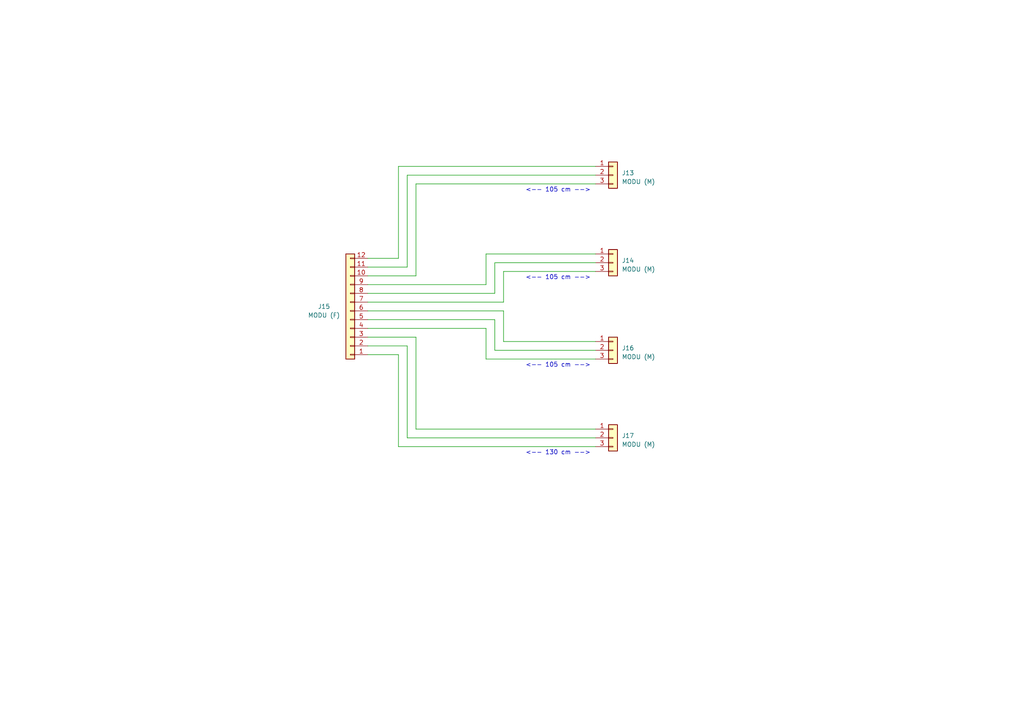
<source format=kicad_sch>
(kicad_sch (version 20230409) (generator eeschema)
  (paper "A4")
  (title_block (title "Electrical Diagram - EcoMaua 2024 - Carbonasso") (date "2024-07-11") (rev "V1.0.0") (company "Instituto Mauá de Tecnologia"))
  (lib_symbols
    (symbol "Connector_Generic:Conn_01x03" (pin_names (offset 1.016) hide)
      (property "Reference" "J" (at 0 5.08 0))
      (property "Value" "Conn_01x03" (at 0 -5.08 0))
      (symbol "Conn_01x03_1_1"
        (rectangle (start -1.27 -2.413) (end 0 -2.667) (stroke (width 0.1524)))
        (rectangle (start -1.27 0.127) (end 0 -0.127) (stroke (width 0.1524)))
        (rectangle (start -1.27 2.667) (end 0 2.413) (stroke (width 0.1524)))
        (rectangle (start -1.27 3.81) (end 1.27 -3.81) (stroke (width 0.254)) (fill (type background)))
        (pin passive line (at -5.08 2.54 0) (length 3.81) (name "Pin_1") (number "1"))
        (pin passive line (at -5.08 0 0) (length 3.81) (name "Pin_2") (number "2"))
        (pin passive line (at -5.08 -2.54 0) (length 3.81) (name "Pin_3") (number "3"))
      )
    )
    (symbol "Connector_Generic:Conn_01x12" (pin_names (offset 1.016) hide)
      (property "Reference" "J" (at 0 15.24 0))
      (property "Value" "Conn_01x12" (at 0 -17.78 0))
      (symbol "Conn_01x12_1_1"
        (rectangle (start -1.27 -15.113) (end 0 -15.367) (stroke (width 0.1524)))
        (rectangle (start -1.27 -12.573) (end 0 -12.827) (stroke (width 0.1524)))
        (rectangle (start -1.27 -10.033) (end 0 -10.287) (stroke (width 0.1524)))
        (rectangle (start -1.27 -7.493) (end 0 -7.747) (stroke (width 0.1524)))
        (rectangle (start -1.27 -4.953) (end 0 -5.207) (stroke (width 0.1524)))
        (rectangle (start -1.27 -2.413) (end 0 -2.667) (stroke (width 0.1524)))
        (rectangle (start -1.27 0.127) (end 0 -0.127) (stroke (width 0.1524)))
        (rectangle (start -1.27 2.667) (end 0 2.413) (stroke (width 0.1524)))
        (rectangle (start -1.27 5.207) (end 0 4.953) (stroke (width 0.1524)))
        (rectangle (start -1.27 7.747) (end 0 7.493) (stroke (width 0.1524)))
        (rectangle (start -1.27 10.287) (end 0 10.033) (stroke (width 0.1524)))
        (rectangle (start -1.27 12.827) (end 0 12.573) (stroke (width 0.1524)))
        (rectangle (start -1.27 13.97) (end 1.27 -16.51) (stroke (width 0.254)) (fill (type background)))
        (pin passive line (at -5.08 12.7 0) (length 3.81) (name "Pin_1") (number "1"))
        (pin passive line (at -5.08 -10.16 0) (length 3.81) (name "Pin_10") (number "10"))
        (pin passive line (at -5.08 -12.7 0) (length 3.81) (name "Pin_11") (number "11"))
        (pin passive line (at -5.08 -15.24 0) (length 3.81) (name "Pin_12") (number "12"))
        (pin passive line (at -5.08 10.16 0) (length 3.81) (name "Pin_2") (number "2"))
        (pin passive line (at -5.08 7.62 0) (length 3.81) (name "Pin_3") (number "3"))
        (pin passive line (at -5.08 5.08 0) (length 3.81) (name "Pin_4") (number "4"))
        (pin passive line (at -5.08 2.54 0) (length 3.81) (name "Pin_5") (number "5"))
        (pin passive line (at -5.08 0 0) (length 3.81) (name "Pin_6") (number "6"))
        (pin passive line (at -5.08 -2.54 0) (length 3.81) (name "Pin_7") (number "7"))
        (pin passive line (at -5.08 -5.08 0) (length 3.81) (name "Pin_8") (number "8"))
        (pin passive line (at -5.08 -7.62 0) (length 3.81) (name "Pin_9") (number "9"))
      )
    )
  )
  (wire (pts (xy 146.05 99.06) (xy 172.72 99.06)))
  (wire (pts (xy 106.68 90.17) (xy 146.05 90.17)))
  (wire (pts (xy 118.11 100.33) (xy 118.11 127)))
  (wire (pts (xy 172.72 124.46) (xy 120.65 124.46)))
  (wire (pts (xy 120.65 97.79) (xy 106.68 97.79)))
  (wire (pts (xy 143.51 101.6) (xy 143.51 92.71)))
  (wire (pts (xy 146.05 78.74) (xy 146.05 87.63)))
  (wire (pts (xy 143.51 85.09) (xy 106.68 85.09)))
  (wire (pts (xy 172.72 50.8) (xy 118.11 50.8)))
  (wire (pts (xy 143.51 92.71) (xy 106.68 92.71)))
  (wire (pts (xy 120.65 53.34) (xy 172.72 53.34)))
  (wire (pts (xy 120.65 80.01) (xy 120.65 53.34)))
  (wire (pts (xy 146.05 87.63) (xy 106.68 87.63)))
  (wire (pts (xy 140.97 95.25) (xy 140.97 104.14)))
  (wire (pts (xy 118.11 77.47) (xy 106.68 77.47)))
  (wire (pts (xy 106.68 100.33) (xy 118.11 100.33)))
  (wire (pts (xy 140.97 73.66) (xy 140.97 82.55)))
  (wire (pts (xy 172.72 101.6) (xy 143.51 101.6)))
  (wire (pts (xy 118.11 127) (xy 172.72 127)))
  (wire (pts (xy 106.68 95.25) (xy 140.97 95.25)))
  (wire (pts (xy 143.51 76.2) (xy 143.51 85.09)))
  (wire (pts (xy 115.57 102.87) (xy 106.68 102.87)))
  (wire (pts (xy 106.68 74.93) (xy 115.57 74.93)))
  (wire (pts (xy 172.72 76.2) (xy 143.51 76.2)))
  (wire (pts (xy 115.57 48.26) (xy 172.72 48.26)))
  (wire (pts (xy 172.72 78.74) (xy 146.05 78.74)))
  (wire (pts (xy 120.65 124.46) (xy 120.65 97.79)))
  (wire (pts (xy 140.97 82.55) (xy 106.68 82.55)))
  (wire (pts (xy 106.68 80.01) (xy 120.65 80.01)))
  (wire (pts (xy 115.57 129.54) (xy 115.57 102.87)))
  (wire (pts (xy 115.57 74.93) (xy 115.57 48.26)))
  (wire (pts (xy 146.05 90.17) (xy 146.05 99.06)))
  (wire (pts (xy 172.72 129.54) (xy 115.57 129.54)))
  (wire (pts (xy 140.97 104.14) (xy 172.72 104.14)))
  (wire (pts (xy 172.72 73.66) (xy 140.97 73.66)))
  (wire (pts (xy 118.11 50.8) (xy 118.11 77.47)))
  (text "<-- 105 cm -->" (at 152.4 106.68 0) (effects (font (size 1.27 1.27)) (justify left bottom)))
  (text "<-- 105 cm -->" (at 152.4 55.88 0) (effects (font (size 1.27 1.27)) (justify left bottom)))
  (text "<-- 105 cm -->" (at 152.4 81.28 0) (effects (font (size 1.27 1.27)) (justify left bottom)))
  (text "<-- 130 cm -->" (at 152.4 132.08 0) (effects (font (size 1.27 1.27)) (justify left bottom)))
  (symbol (lib_id "Connector_Generic:Conn_01x03") (at 177.8 127 0) (unit 1)
    (property "Reference" "J17" (at 180.34 126.365 0) (effects (justify left)))
    (property "Value" "MODU (M)" (at 180.34 128.905 0) (effects (justify left)))
  )
  (symbol (lib_id "Connector_Generic:Conn_01x03") (at 177.8 101.6 0) (unit 1)
    (property "Reference" "J16" (at 180.34 100.965 0) (effects (justify left)))
    (property "Value" "MODU (M)" (at 180.34 103.505 0) (effects (justify left)))
  )
  (symbol (lib_id "Connector_Generic:Conn_01x03") (at 177.8 76.2 0) (unit 1)
    (property "Reference" "J14" (at 180.34 75.565 0) (effects (justify left)))
    (property "Value" "MODU (M)" (at 180.34 78.105 0) (effects (justify left)))
  )
  (symbol (lib_id "Connector_Generic:Conn_01x03") (at 177.8 50.8 0) (unit 1)
    (property "Reference" "J13" (at 180.34 50.165 0) (effects (justify left)))
    (property "Value" "MODU (M)" (at 180.34 52.705 0) (effects (justify left)))
  )
  (symbol (lib_id "Connector_Generic:Conn_01x12") (at 101.6 90.17 180) (unit 1)
    (property "Reference" "J15" (at 93.98 88.9 0))
    (property "Value" "MODU (F)" (at 93.98 91.44 0))
  )
)
</source>
